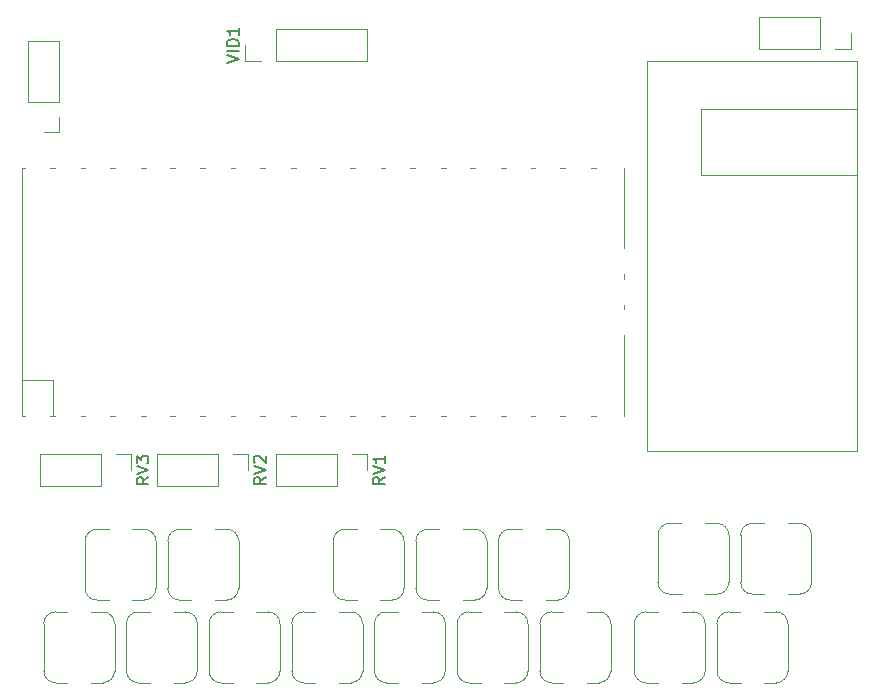
<source format=gto>
G04 #@! TF.GenerationSoftware,KiCad,Pcbnew,8.0.6*
G04 #@! TF.CreationDate,2024-12-01T22:21:49+01:00*
G04 #@! TF.ProjectId,pico_piano,7069636f-5f70-4696-916e-6f2e6b696361,rev?*
G04 #@! TF.SameCoordinates,Original*
G04 #@! TF.FileFunction,Legend,Top*
G04 #@! TF.FilePolarity,Positive*
%FSLAX46Y46*%
G04 Gerber Fmt 4.6, Leading zero omitted, Abs format (unit mm)*
G04 Created by KiCad (PCBNEW 8.0.6) date 2024-12-01 22:21:49*
%MOMM*%
%LPD*%
G01*
G04 APERTURE LIST*
%ADD10C,0.150000*%
%ADD11C,0.100000*%
%ADD12C,0.120000*%
%ADD13C,2.000000*%
%ADD14R,1.700000X1.700000*%
%ADD15O,1.700000X1.700000*%
%ADD16R,2.000000X2.000000*%
%ADD17O,1.800000X1.800000*%
%ADD18O,1.500000X1.500000*%
%ADD19R,1.700000X3.500000*%
%ADD20R,3.500000X1.700000*%
%ADD21O,3.500000X3.500000*%
%ADD22R,2.000000X1.905000*%
%ADD23O,2.000000X1.905000*%
G04 APERTURE END LIST*
D10*
X123784819Y-59595238D02*
X123308628Y-59928571D01*
X123784819Y-60166666D02*
X122784819Y-60166666D01*
X122784819Y-60166666D02*
X122784819Y-59785714D01*
X122784819Y-59785714D02*
X122832438Y-59690476D01*
X122832438Y-59690476D02*
X122880057Y-59642857D01*
X122880057Y-59642857D02*
X122975295Y-59595238D01*
X122975295Y-59595238D02*
X123118152Y-59595238D01*
X123118152Y-59595238D02*
X123213390Y-59642857D01*
X123213390Y-59642857D02*
X123261009Y-59690476D01*
X123261009Y-59690476D02*
X123308628Y-59785714D01*
X123308628Y-59785714D02*
X123308628Y-60166666D01*
X122784819Y-59309523D02*
X123784819Y-58976190D01*
X123784819Y-58976190D02*
X122784819Y-58642857D01*
X122880057Y-58357142D02*
X122832438Y-58309523D01*
X122832438Y-58309523D02*
X122784819Y-58214285D01*
X122784819Y-58214285D02*
X122784819Y-57976190D01*
X122784819Y-57976190D02*
X122832438Y-57880952D01*
X122832438Y-57880952D02*
X122880057Y-57833333D01*
X122880057Y-57833333D02*
X122975295Y-57785714D01*
X122975295Y-57785714D02*
X123070533Y-57785714D01*
X123070533Y-57785714D02*
X123213390Y-57833333D01*
X123213390Y-57833333D02*
X123784819Y-58404761D01*
X123784819Y-58404761D02*
X123784819Y-57785714D01*
X133864818Y-59595238D02*
X133388627Y-59928571D01*
X133864818Y-60166666D02*
X132864818Y-60166666D01*
X132864818Y-60166666D02*
X132864818Y-59785714D01*
X132864818Y-59785714D02*
X132912437Y-59690476D01*
X132912437Y-59690476D02*
X132960056Y-59642857D01*
X132960056Y-59642857D02*
X133055294Y-59595238D01*
X133055294Y-59595238D02*
X133198151Y-59595238D01*
X133198151Y-59595238D02*
X133293389Y-59642857D01*
X133293389Y-59642857D02*
X133341008Y-59690476D01*
X133341008Y-59690476D02*
X133388627Y-59785714D01*
X133388627Y-59785714D02*
X133388627Y-60166666D01*
X132864818Y-59309523D02*
X133864818Y-58976190D01*
X133864818Y-58976190D02*
X132864818Y-58642857D01*
X133864818Y-57785714D02*
X133864818Y-58357142D01*
X133864818Y-58071428D02*
X132864818Y-58071428D01*
X132864818Y-58071428D02*
X133007675Y-58166666D01*
X133007675Y-58166666D02*
X133102913Y-58261904D01*
X133102913Y-58261904D02*
X133150532Y-58357142D01*
X120504819Y-24547618D02*
X121504819Y-24214285D01*
X121504819Y-24214285D02*
X120504819Y-23880952D01*
X121504819Y-23547618D02*
X120504819Y-23547618D01*
X121504819Y-23071428D02*
X120504819Y-23071428D01*
X120504819Y-23071428D02*
X120504819Y-22833333D01*
X120504819Y-22833333D02*
X120552438Y-22690476D01*
X120552438Y-22690476D02*
X120647676Y-22595238D01*
X120647676Y-22595238D02*
X120742914Y-22547619D01*
X120742914Y-22547619D02*
X120933390Y-22500000D01*
X120933390Y-22500000D02*
X121076247Y-22500000D01*
X121076247Y-22500000D02*
X121266723Y-22547619D01*
X121266723Y-22547619D02*
X121361961Y-22595238D01*
X121361961Y-22595238D02*
X121457200Y-22690476D01*
X121457200Y-22690476D02*
X121504819Y-22833333D01*
X121504819Y-22833333D02*
X121504819Y-23071428D01*
X121504819Y-21547619D02*
X121504819Y-22119047D01*
X121504819Y-21833333D02*
X120504819Y-21833333D01*
X120504819Y-21833333D02*
X120647676Y-21928571D01*
X120647676Y-21928571D02*
X120742914Y-22023809D01*
X120742914Y-22023809D02*
X120790533Y-22119047D01*
X113864818Y-59595238D02*
X113388627Y-59928571D01*
X113864818Y-60166666D02*
X112864818Y-60166666D01*
X112864818Y-60166666D02*
X112864818Y-59785714D01*
X112864818Y-59785714D02*
X112912437Y-59690476D01*
X112912437Y-59690476D02*
X112960056Y-59642857D01*
X112960056Y-59642857D02*
X113055294Y-59595238D01*
X113055294Y-59595238D02*
X113198151Y-59595238D01*
X113198151Y-59595238D02*
X113293389Y-59642857D01*
X113293389Y-59642857D02*
X113341008Y-59690476D01*
X113341008Y-59690476D02*
X113388627Y-59785714D01*
X113388627Y-59785714D02*
X113388627Y-60166666D01*
X112864818Y-59309523D02*
X113864818Y-58976190D01*
X113864818Y-58976190D02*
X112864818Y-58642857D01*
X112864818Y-58404761D02*
X112864818Y-57785714D01*
X112864818Y-57785714D02*
X113245770Y-58119047D01*
X113245770Y-58119047D02*
X113245770Y-57976190D01*
X113245770Y-57976190D02*
X113293389Y-57880952D01*
X113293389Y-57880952D02*
X113341008Y-57833333D01*
X113341008Y-57833333D02*
X113436246Y-57785714D01*
X113436246Y-57785714D02*
X113674341Y-57785714D01*
X113674341Y-57785714D02*
X113769579Y-57833333D01*
X113769579Y-57833333D02*
X113817199Y-57880952D01*
X113817199Y-57880952D02*
X113864818Y-57976190D01*
X113864818Y-57976190D02*
X113864818Y-58261904D01*
X113864818Y-58261904D02*
X113817199Y-58357142D01*
X113817199Y-58357142D02*
X113769579Y-58404761D01*
D11*
X164000000Y-64500000D02*
X164000000Y-68500000D01*
X165000000Y-69500000D02*
X166000000Y-69500000D01*
X166000000Y-63500000D02*
X165000000Y-63500000D01*
X168000000Y-63500000D02*
X169000000Y-63500000D01*
X168000000Y-69500000D02*
X169000000Y-69500000D01*
X170000000Y-68500000D02*
X170000000Y-64500000D01*
X164000000Y-64500000D02*
G75*
G02*
X165000000Y-63500000I1000000J0D01*
G01*
X165000000Y-69500000D02*
G75*
G02*
X164000000Y-68500000I0J1000000D01*
G01*
X169000000Y-63500000D02*
G75*
G02*
X170000000Y-64500000I0J-1000000D01*
G01*
X170000000Y-68500000D02*
G75*
G02*
X169000000Y-69500000I-1000000J0D01*
G01*
X136500000Y-65000000D02*
X136500000Y-69000000D01*
X137500000Y-70000000D02*
X138500000Y-70000000D01*
X138500000Y-64000000D02*
X137500000Y-64000000D01*
X140500000Y-64000000D02*
X141500000Y-64000000D01*
X140500000Y-70000000D02*
X141500000Y-70000000D01*
X142500000Y-69000000D02*
X142500000Y-65000000D01*
X136500000Y-65000000D02*
G75*
G02*
X137500000Y-64000000I1000000J0D01*
G01*
X137500000Y-70000000D02*
G75*
G02*
X136500000Y-69000000I0J1000000D01*
G01*
X141500000Y-64000000D02*
G75*
G02*
X142500000Y-65000000I0J-1000000D01*
G01*
X142500000Y-69000000D02*
G75*
G02*
X141500000Y-70000000I-1000000J0D01*
G01*
X115500000Y-65000000D02*
X115500000Y-69000000D01*
X116500000Y-70000000D02*
X117500000Y-70000000D01*
X117500000Y-64000000D02*
X116500000Y-64000000D01*
X119500000Y-64000000D02*
X120500000Y-64000000D01*
X119500000Y-70000000D02*
X120500000Y-70000000D01*
X121500000Y-69000000D02*
X121500000Y-65000000D01*
X115500000Y-65000000D02*
G75*
G02*
X116500000Y-64000000I1000000J0D01*
G01*
X116500000Y-70000000D02*
G75*
G02*
X115500000Y-69000000I0J1000000D01*
G01*
X120500000Y-64000000D02*
G75*
G02*
X121500000Y-65000000I0J-1000000D01*
G01*
X121500000Y-69000000D02*
G75*
G02*
X120500000Y-70000000I-1000000J0D01*
G01*
X112000000Y-72000000D02*
X112000000Y-76000000D01*
X113000000Y-77000000D02*
X114000000Y-77000000D01*
X114000000Y-71000000D02*
X113000000Y-71000000D01*
X116000000Y-71000000D02*
X117000000Y-71000000D01*
X116000000Y-77000000D02*
X117000000Y-77000000D01*
X118000000Y-76000000D02*
X118000000Y-72000000D01*
X112000000Y-72000000D02*
G75*
G02*
X113000000Y-71000000I1000000J0D01*
G01*
X113000000Y-77000000D02*
G75*
G02*
X112000000Y-76000000I0J1000000D01*
G01*
X117000000Y-71000000D02*
G75*
G02*
X118000000Y-72000000I0J-1000000D01*
G01*
X118000000Y-76000000D02*
G75*
G02*
X117000000Y-77000000I-1000000J0D01*
G01*
X105000000Y-72000000D02*
X105000000Y-76000000D01*
X106000000Y-77000000D02*
X107000000Y-77000000D01*
X107000000Y-71000000D02*
X106000000Y-71000000D01*
X109000000Y-71000000D02*
X110000000Y-71000000D01*
X109000000Y-77000000D02*
X110000000Y-77000000D01*
X111000000Y-76000000D02*
X111000000Y-72000000D01*
X105000000Y-72000000D02*
G75*
G02*
X106000000Y-71000000I1000000J0D01*
G01*
X106000000Y-77000000D02*
G75*
G02*
X105000000Y-76000000I0J1000000D01*
G01*
X110000000Y-71000000D02*
G75*
G02*
X111000000Y-72000000I0J-1000000D01*
G01*
X111000000Y-76000000D02*
G75*
G02*
X110000000Y-77000000I-1000000J0D01*
G01*
D12*
X165590000Y-20670000D02*
X165590000Y-23330000D01*
X170730000Y-20670000D02*
X165590000Y-20670000D01*
X170730000Y-20670000D02*
X170730000Y-23330000D01*
X170730000Y-23330000D02*
X165590000Y-23330000D01*
X173330000Y-22000000D02*
X173330000Y-23330000D01*
X173330000Y-23330000D02*
X172000000Y-23330000D01*
D11*
X108500000Y-65000000D02*
X108500000Y-69000000D01*
X109500000Y-70000000D02*
X110500000Y-70000000D01*
X110500000Y-64000000D02*
X109500000Y-64000000D01*
X112500000Y-64000000D02*
X113500000Y-64000000D01*
X112500000Y-70000000D02*
X113500000Y-70000000D01*
X114500000Y-69000000D02*
X114500000Y-65000000D01*
X108500000Y-65000000D02*
G75*
G02*
X109500000Y-64000000I1000000J0D01*
G01*
X109500000Y-70000000D02*
G75*
G02*
X108500000Y-69000000I0J1000000D01*
G01*
X113500000Y-64000000D02*
G75*
G02*
X114500000Y-65000000I0J-1000000D01*
G01*
X114500000Y-69000000D02*
G75*
G02*
X113500000Y-70000000I-1000000J0D01*
G01*
X119000000Y-72000000D02*
X119000000Y-76000000D01*
X120000000Y-77000000D02*
X121000000Y-77000000D01*
X121000000Y-71000000D02*
X120000000Y-71000000D01*
X123000000Y-71000000D02*
X124000000Y-71000000D01*
X123000000Y-77000000D02*
X124000000Y-77000000D01*
X125000000Y-76000000D02*
X125000000Y-72000000D01*
X119000000Y-72000000D02*
G75*
G02*
X120000000Y-71000000I1000000J0D01*
G01*
X120000000Y-77000000D02*
G75*
G02*
X119000000Y-76000000I0J1000000D01*
G01*
X124000000Y-71000000D02*
G75*
G02*
X125000000Y-72000000I0J-1000000D01*
G01*
X125000000Y-76000000D02*
G75*
G02*
X124000000Y-77000000I-1000000J0D01*
G01*
X162000000Y-72000000D02*
X162000000Y-76000000D01*
X163000000Y-77000000D02*
X164000000Y-77000000D01*
X164000000Y-71000000D02*
X163000000Y-71000000D01*
X166000000Y-71000000D02*
X167000000Y-71000000D01*
X166000000Y-77000000D02*
X167000000Y-77000000D01*
X168000000Y-76000000D02*
X168000000Y-72000000D01*
X162000000Y-72000000D02*
G75*
G02*
X163000000Y-71000000I1000000J0D01*
G01*
X163000000Y-77000000D02*
G75*
G02*
X162000000Y-76000000I0J1000000D01*
G01*
X167000000Y-71000000D02*
G75*
G02*
X168000000Y-72000000I0J-1000000D01*
G01*
X168000000Y-76000000D02*
G75*
G02*
X167000000Y-77000000I-1000000J0D01*
G01*
X156110000Y-24390000D02*
X156110000Y-26422000D01*
X156110000Y-57410000D02*
X156110000Y-26422000D01*
X156110000Y-57410000D02*
X173890000Y-57410000D01*
X173890000Y-24390000D02*
X156110000Y-24390000D01*
X173890000Y-26422000D02*
X173890000Y-24390000D01*
X173890000Y-57410000D02*
X173890000Y-26422000D01*
X160682000Y-28454000D02*
X173890000Y-28454000D01*
X173890000Y-34042000D01*
X160682000Y-34042000D01*
X160682000Y-28454000D01*
X140000000Y-72000000D02*
X140000000Y-76000000D01*
X141000000Y-77000000D02*
X142000000Y-77000000D01*
X142000000Y-71000000D02*
X141000000Y-71000000D01*
X144000000Y-71000000D02*
X145000000Y-71000000D01*
X144000000Y-77000000D02*
X145000000Y-77000000D01*
X146000000Y-76000000D02*
X146000000Y-72000000D01*
X140000000Y-72000000D02*
G75*
G02*
X141000000Y-71000000I1000000J0D01*
G01*
X141000000Y-77000000D02*
G75*
G02*
X140000000Y-76000000I0J1000000D01*
G01*
X145000000Y-71000000D02*
G75*
G02*
X146000000Y-72000000I0J-1000000D01*
G01*
X146000000Y-76000000D02*
G75*
G02*
X145000000Y-77000000I-1000000J0D01*
G01*
X157000000Y-64500000D02*
X157000000Y-68500000D01*
X158000000Y-69500000D02*
X159000000Y-69500000D01*
X159000000Y-63500000D02*
X158000000Y-63500000D01*
X161000000Y-63500000D02*
X162000000Y-63500000D01*
X161000000Y-69500000D02*
X162000000Y-69500000D01*
X163000000Y-68500000D02*
X163000000Y-64500000D01*
X157000000Y-64500000D02*
G75*
G02*
X158000000Y-63500000I1000000J0D01*
G01*
X158000000Y-69500000D02*
G75*
G02*
X157000000Y-68500000I0J1000000D01*
G01*
X162000000Y-63500000D02*
G75*
G02*
X163000000Y-64500000I0J-1000000D01*
G01*
X163000000Y-68500000D02*
G75*
G02*
X162000000Y-69500000I-1000000J0D01*
G01*
D12*
X103670000Y-27810000D02*
X103670000Y-22670000D01*
X106330000Y-22670000D02*
X103670000Y-22670000D01*
X106330000Y-27810000D02*
X103670000Y-27810000D01*
X106330000Y-27810000D02*
X106330000Y-22670000D01*
X106330000Y-29080000D02*
X106330000Y-30410000D01*
X106330000Y-30410000D02*
X105000000Y-30410000D01*
X114590000Y-57670000D02*
X114590000Y-60330000D01*
X119730000Y-57670000D02*
X114590000Y-57670000D01*
X119730000Y-57670000D02*
X119730000Y-60330000D01*
X119730000Y-60330000D02*
X114590000Y-60330000D01*
X121000000Y-57670000D02*
X122330000Y-57670000D01*
X122330000Y-57670000D02*
X122330000Y-59000000D01*
D11*
X147000000Y-72000000D02*
X147000000Y-76000000D01*
X148000000Y-77000000D02*
X149000000Y-77000000D01*
X149000000Y-71000000D02*
X148000000Y-71000000D01*
X151000000Y-71000000D02*
X152000000Y-71000000D01*
X151000000Y-77000000D02*
X152000000Y-77000000D01*
X153000000Y-76000000D02*
X153000000Y-72000000D01*
X147000000Y-72000000D02*
G75*
G02*
X148000000Y-71000000I1000000J0D01*
G01*
X148000000Y-77000000D02*
G75*
G02*
X147000000Y-76000000I0J1000000D01*
G01*
X152000000Y-71000000D02*
G75*
G02*
X153000000Y-72000000I0J-1000000D01*
G01*
X153000000Y-76000000D02*
G75*
G02*
X152000000Y-77000000I-1000000J0D01*
G01*
X143500000Y-65000000D02*
X143500000Y-69000000D01*
X144500000Y-70000000D02*
X145500000Y-70000000D01*
X145500000Y-64000000D02*
X144500000Y-64000000D01*
X147500000Y-64000000D02*
X148500000Y-64000000D01*
X147500000Y-70000000D02*
X148500000Y-70000000D01*
X149500000Y-69000000D02*
X149500000Y-65000000D01*
X143500000Y-65000000D02*
G75*
G02*
X144500000Y-64000000I1000000J0D01*
G01*
X144500000Y-70000000D02*
G75*
G02*
X143500000Y-69000000I0J1000000D01*
G01*
X148500000Y-64000000D02*
G75*
G02*
X149500000Y-65000000I0J-1000000D01*
G01*
X149500000Y-69000000D02*
G75*
G02*
X148500000Y-70000000I-1000000J0D01*
G01*
D12*
X124669999Y-57670000D02*
X124669999Y-60330000D01*
X129809999Y-57670000D02*
X124669999Y-57670000D01*
X129809999Y-57670000D02*
X129809999Y-60330000D01*
X129809999Y-60330000D02*
X124669999Y-60330000D01*
X131079999Y-57670000D02*
X132409999Y-57670000D01*
X132409999Y-57670000D02*
X132409999Y-59000000D01*
D11*
X126000000Y-72000000D02*
X126000000Y-76000000D01*
X127000000Y-77000000D02*
X128000000Y-77000000D01*
X128000000Y-71000000D02*
X127000000Y-71000000D01*
X130000000Y-71000000D02*
X131000000Y-71000000D01*
X130000000Y-77000000D02*
X131000000Y-77000000D01*
X132000000Y-76000000D02*
X132000000Y-72000000D01*
X126000000Y-72000000D02*
G75*
G02*
X127000000Y-71000000I1000000J0D01*
G01*
X127000000Y-77000000D02*
G75*
G02*
X126000000Y-76000000I0J1000000D01*
G01*
X131000000Y-71000000D02*
G75*
G02*
X132000000Y-72000000I0J-1000000D01*
G01*
X132000000Y-76000000D02*
G75*
G02*
X131000000Y-77000000I-1000000J0D01*
G01*
D12*
X103130000Y-33390000D02*
X103430000Y-33390000D01*
X103130000Y-54390000D02*
X103130000Y-33390000D01*
X103130000Y-54390000D02*
X103430000Y-54390000D01*
X105530000Y-33390000D02*
X105930000Y-33390000D01*
X105530000Y-54390000D02*
X105930000Y-54390000D01*
X105797000Y-51383000D02*
X103130000Y-51383000D01*
X105797000Y-54390000D02*
X105797000Y-51383000D01*
X108130000Y-33390000D02*
X108530000Y-33390000D01*
X108130000Y-54390000D02*
X108530000Y-54390000D01*
X110630000Y-33390000D02*
X111030000Y-33390000D01*
X110630000Y-54390000D02*
X111030000Y-54390000D01*
X113230000Y-33390000D02*
X113630000Y-33390000D01*
X113230000Y-54390000D02*
X113630000Y-54390000D01*
X115730000Y-33390000D02*
X116130000Y-33390000D01*
X115730000Y-54390000D02*
X116130000Y-54390000D01*
X118230000Y-33390000D02*
X118630000Y-33390000D01*
X118230000Y-54390000D02*
X118630000Y-54390000D01*
X120830000Y-33390000D02*
X121230000Y-33390000D01*
X120830000Y-54390000D02*
X121230000Y-54390000D01*
X123330000Y-33390000D02*
X123730000Y-33390000D01*
X123330000Y-54390000D02*
X123730000Y-54390000D01*
X125930000Y-33390000D02*
X126330000Y-33390000D01*
X125930000Y-54390000D02*
X126330000Y-54390000D01*
X128430000Y-33390000D02*
X128830000Y-33390000D01*
X128430000Y-54390000D02*
X128830000Y-54390000D01*
X130930000Y-33390000D02*
X131330000Y-33390000D01*
X130930000Y-54390000D02*
X131330000Y-54390000D01*
X133530000Y-33390000D02*
X133930000Y-33390000D01*
X133530000Y-54390000D02*
X133930000Y-54390000D01*
X136030000Y-33390000D02*
X136430000Y-33390000D01*
X136030000Y-54390000D02*
X136430000Y-54390000D01*
X138630000Y-33390000D02*
X139030000Y-33390000D01*
X138630000Y-54390000D02*
X139030000Y-54390000D01*
X141130000Y-33390000D02*
X141530000Y-33390000D01*
X141130000Y-54390000D02*
X141530000Y-54390000D01*
X143730000Y-33390000D02*
X144130000Y-33390000D01*
X143730000Y-54390000D02*
X144130000Y-54390000D01*
X146230000Y-33390000D02*
X146630000Y-33390000D01*
X146230000Y-54390000D02*
X146630000Y-54390000D01*
X148730000Y-33390000D02*
X149130000Y-33390000D01*
X148730000Y-54390000D02*
X149130000Y-54390000D01*
X151330000Y-33390000D02*
X151730000Y-33390000D01*
X151330000Y-54390000D02*
X151730000Y-54390000D01*
X154130000Y-33390000D02*
X154130000Y-40190000D01*
X154130000Y-42790000D02*
X154130000Y-42390000D01*
X154130000Y-45390000D02*
X154130000Y-44990000D01*
X154130000Y-47590000D02*
X154130000Y-54390000D01*
D11*
X129500000Y-65000000D02*
X129500000Y-69000000D01*
X130500000Y-70000000D02*
X131500000Y-70000000D01*
X131500000Y-64000000D02*
X130500000Y-64000000D01*
X133500000Y-64000000D02*
X134500000Y-64000000D01*
X133500000Y-70000000D02*
X134500000Y-70000000D01*
X135500000Y-69000000D02*
X135500000Y-65000000D01*
X129500000Y-65000000D02*
G75*
G02*
X130500000Y-64000000I1000000J0D01*
G01*
X130500000Y-70000000D02*
G75*
G02*
X129500000Y-69000000I0J1000000D01*
G01*
X134500000Y-64000000D02*
G75*
G02*
X135500000Y-65000000I0J-1000000D01*
G01*
X135500000Y-69000000D02*
G75*
G02*
X134500000Y-70000000I-1000000J0D01*
G01*
D12*
X122050000Y-24330000D02*
X122050000Y-23000000D01*
X123380000Y-24330000D02*
X122050000Y-24330000D01*
X124650000Y-21670000D02*
X132330000Y-21670000D01*
X124650000Y-24330000D02*
X124650000Y-21670000D01*
X124650000Y-24330000D02*
X132330000Y-24330000D01*
X132330000Y-24330000D02*
X132330000Y-21670000D01*
D11*
X155000000Y-72000000D02*
X155000000Y-76000000D01*
X156000000Y-77000000D02*
X157000000Y-77000000D01*
X157000000Y-71000000D02*
X156000000Y-71000000D01*
X159000000Y-71000000D02*
X160000000Y-71000000D01*
X159000000Y-77000000D02*
X160000000Y-77000000D01*
X161000000Y-76000000D02*
X161000000Y-72000000D01*
X155000000Y-72000000D02*
G75*
G02*
X156000000Y-71000000I1000000J0D01*
G01*
X156000000Y-77000000D02*
G75*
G02*
X155000000Y-76000000I0J1000000D01*
G01*
X160000000Y-71000000D02*
G75*
G02*
X161000000Y-72000000I0J-1000000D01*
G01*
X161000000Y-76000000D02*
G75*
G02*
X160000000Y-77000000I-1000000J0D01*
G01*
X133000000Y-72000000D02*
X133000000Y-76000000D01*
X134000000Y-77000000D02*
X135000000Y-77000000D01*
X135000000Y-71000000D02*
X134000000Y-71000000D01*
X137000000Y-71000000D02*
X138000000Y-71000000D01*
X137000000Y-77000000D02*
X138000000Y-77000000D01*
X139000000Y-76000000D02*
X139000000Y-72000000D01*
X133000000Y-72000000D02*
G75*
G02*
X134000000Y-71000000I1000000J0D01*
G01*
X134000000Y-77000000D02*
G75*
G02*
X133000000Y-76000000I0J1000000D01*
G01*
X138000000Y-71000000D02*
G75*
G02*
X139000000Y-72000000I0J-1000000D01*
G01*
X139000000Y-76000000D02*
G75*
G02*
X138000000Y-77000000I-1000000J0D01*
G01*
D12*
X104669999Y-57670000D02*
X104669999Y-60330000D01*
X109809999Y-57670000D02*
X104669999Y-57670000D01*
X109809999Y-57670000D02*
X109809999Y-60330000D01*
X109809999Y-60330000D02*
X104669999Y-60330000D01*
X111079999Y-57670000D02*
X112409999Y-57670000D01*
X112409999Y-57670000D02*
X112409999Y-59000000D01*
%LPC*%
D13*
X167000000Y-64000000D03*
X167050000Y-69000000D03*
X139500000Y-64500000D03*
X139550000Y-69500000D03*
X118500000Y-64500000D03*
X118550000Y-69500000D03*
X115000000Y-71500000D03*
X115050000Y-76500000D03*
X108000000Y-71500000D03*
X108050000Y-76500000D03*
D14*
X172000000Y-22000000D03*
D15*
X169460000Y-22000000D03*
X166920000Y-22000000D03*
D13*
X111500000Y-64500000D03*
X111550000Y-69500000D03*
X122000000Y-71500000D03*
X122050000Y-76500000D03*
X165000000Y-71500000D03*
X165050000Y-76500000D03*
X158650000Y-56394000D03*
X161190000Y-56394000D03*
X163730000Y-56394000D03*
X166270000Y-56394000D03*
D16*
X168810000Y-56394000D03*
D13*
X171350000Y-56394000D03*
X157888000Y-49790000D03*
X157888000Y-47250000D03*
X157888000Y-44710000D03*
X157888000Y-42170000D03*
X157888000Y-39630000D03*
X157888000Y-37090000D03*
X157888000Y-34550000D03*
X157888000Y-32010000D03*
X157888000Y-29470000D03*
X143000000Y-71500000D03*
X143050000Y-76500000D03*
X160000000Y-64000000D03*
X160050000Y-69000000D03*
D14*
X105000000Y-29080000D03*
D15*
X105000000Y-26540000D03*
X105000000Y-24000000D03*
D14*
X121000000Y-59000000D03*
D15*
X118460000Y-59000000D03*
X115920000Y-59000000D03*
D13*
X150000000Y-71500000D03*
X150050000Y-76500000D03*
X146500000Y-64500000D03*
X146550000Y-69500000D03*
D14*
X131079999Y-59000000D03*
D15*
X128539999Y-59000000D03*
X125999999Y-59000000D03*
D13*
X129000000Y-71500000D03*
X129050000Y-76500000D03*
D17*
X104630000Y-46615000D03*
D18*
X107660000Y-46315000D03*
X107660000Y-41465000D03*
D17*
X104630000Y-41165000D03*
D15*
X104500000Y-52780000D03*
D19*
X104500000Y-53680000D03*
D15*
X107040000Y-52780000D03*
D19*
X107040000Y-53680000D03*
D14*
X109580000Y-52780000D03*
D19*
X109580000Y-53680000D03*
D15*
X112120000Y-52780000D03*
D19*
X112120000Y-53680000D03*
D15*
X114660000Y-52780000D03*
D19*
X114660000Y-53680000D03*
D15*
X117200000Y-52780000D03*
D19*
X117200000Y-53680000D03*
D15*
X119740000Y-52780000D03*
D19*
X119740000Y-53680000D03*
D14*
X122280000Y-52780000D03*
D19*
X122280000Y-53680000D03*
D15*
X124820000Y-52780000D03*
D19*
X124820000Y-53680000D03*
D15*
X127360000Y-52780000D03*
D19*
X127360000Y-53680000D03*
D15*
X129900000Y-52780000D03*
D19*
X129900000Y-53680000D03*
D15*
X132440000Y-52780000D03*
D19*
X132440000Y-53680000D03*
D14*
X134980000Y-52780000D03*
D19*
X134980000Y-53680000D03*
D15*
X137520000Y-52780000D03*
D19*
X137520000Y-53680000D03*
D15*
X140060000Y-52780000D03*
D19*
X140060000Y-53680000D03*
D15*
X142600000Y-52780000D03*
D19*
X142600000Y-53680000D03*
D15*
X145140000Y-52780000D03*
D19*
X145140000Y-53680000D03*
D14*
X147680000Y-52780000D03*
D19*
X147680000Y-53680000D03*
D15*
X150220000Y-52780000D03*
D19*
X150220000Y-53680000D03*
D15*
X152760000Y-52780000D03*
D19*
X152760000Y-53680000D03*
D15*
X152760000Y-35000000D03*
D19*
X152760000Y-34100000D03*
D15*
X150220000Y-35000000D03*
D19*
X150220000Y-34100000D03*
D14*
X147680000Y-35000000D03*
D19*
X147680000Y-34100000D03*
D15*
X145140000Y-35000000D03*
D19*
X145140000Y-34100000D03*
D15*
X142600000Y-35000000D03*
D19*
X142600000Y-34100000D03*
D15*
X140060000Y-35000000D03*
D19*
X140060000Y-34100000D03*
D15*
X137520000Y-35000000D03*
D19*
X137520000Y-34100000D03*
D14*
X134980000Y-35000000D03*
D19*
X134980000Y-34100000D03*
D15*
X132440000Y-35000000D03*
D19*
X132440000Y-34100000D03*
D15*
X129900000Y-35000000D03*
D19*
X129900000Y-34100000D03*
D15*
X127360000Y-35000000D03*
D19*
X127360000Y-34100000D03*
D15*
X124820000Y-35000000D03*
D19*
X124820000Y-34100000D03*
D14*
X122280000Y-35000000D03*
D19*
X122280000Y-34100000D03*
D15*
X119740000Y-35000000D03*
D19*
X119740000Y-34100000D03*
D15*
X117200000Y-35000000D03*
D19*
X117200000Y-34100000D03*
D15*
X114660000Y-35000000D03*
D19*
X114660000Y-34100000D03*
D15*
X112120000Y-35000000D03*
D19*
X112120000Y-34100000D03*
D14*
X109580000Y-35000000D03*
D19*
X109580000Y-34100000D03*
D15*
X107040000Y-35000000D03*
D19*
X107040000Y-34100000D03*
D15*
X104500000Y-35000000D03*
D19*
X104500000Y-34100000D03*
D15*
X152530000Y-46430000D03*
D20*
X153430000Y-46430000D03*
D14*
X152530000Y-43890000D03*
D20*
X153430000Y-43890000D03*
D15*
X152530000Y-41350000D03*
D20*
X153430000Y-41350000D03*
D13*
X132500000Y-64500000D03*
X132550000Y-69500000D03*
D14*
X123380000Y-23000000D03*
D15*
X125920000Y-23000000D03*
X128460000Y-23000000D03*
X131000000Y-23000000D03*
D13*
X158000000Y-71500000D03*
X158050000Y-76500000D03*
X136000000Y-71500000D03*
X136050000Y-76500000D03*
D14*
X111079999Y-59000000D03*
D15*
X108539999Y-59000000D03*
X105999999Y-59000000D03*
D21*
X152430000Y-26000000D03*
D22*
X135770000Y-28540000D03*
D23*
X135770000Y-26000000D03*
X135770000Y-23460000D03*
D14*
X110000000Y-24000000D03*
D15*
X110000000Y-26540000D03*
%LPD*%
M02*

</source>
